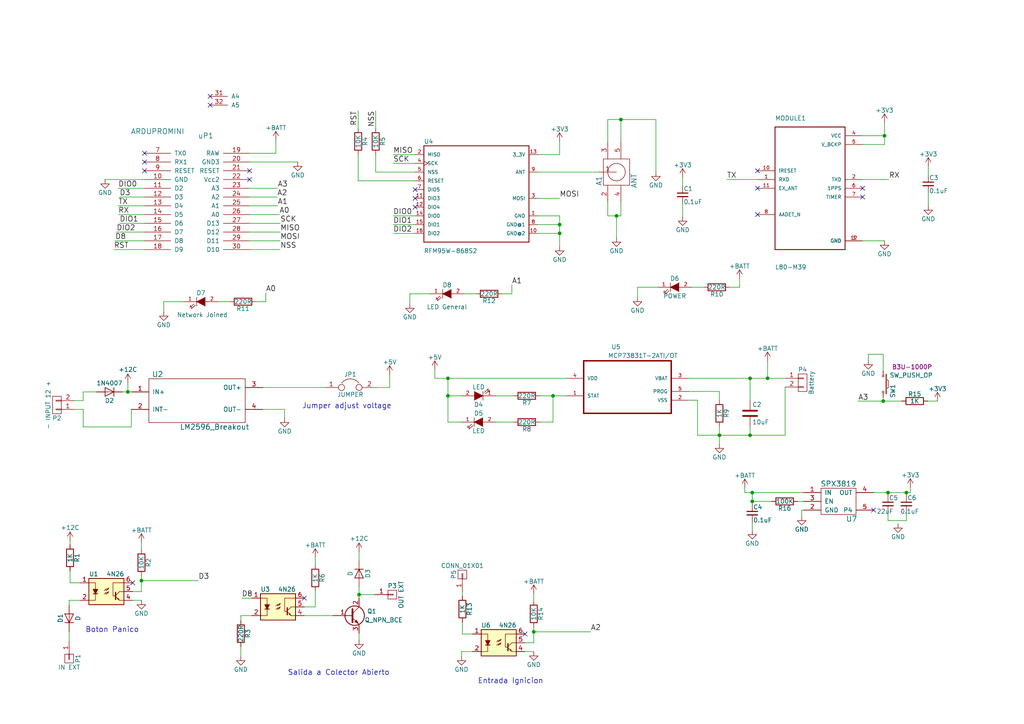
<source format=kicad_sch>
(kicad_sch (version 20230121) (generator eeschema)
  (paper "A4")
  (title_block (title "LoRaCat: Track") (date "2016-12-05") (rev "0.4") (company "ElectronicCats") (comment 1 "Andres Sabas"))
  (lib_symbols
    (symbol "GPSLoRa-rescue:+12C" (power) (pin_names (offset 0))
      (property "Value" "+12C" (at 0 3.81 0))
      (symbol "+12C_0_1"
        (polyline (pts (xy -0.762 1.27) (xy 0 2.54)))
        (polyline (pts (xy 0 0) (xy 0 2.54)))
        (polyline (pts (xy 0 2.54) (xy 0.762 1.27)))
      )
      (symbol "+12C_1_1"
        (pin power_in line (at 0 0 90) (length 0) hide (name "+12C") (number "1"))
      )
    )
    (symbol "GPSLoRa-rescue:+3.3V" (power) (pin_names (offset 0))
      (property "Value" "+3.3V" (at 0 3.556 0))
      (symbol "+3.3V_0_1"
        (polyline (pts (xy -0.762 1.27) (xy 0 2.54)))
        (polyline (pts (xy 0 0) (xy 0 2.54)))
        (polyline (pts (xy 0 2.54) (xy 0.762 1.27)))
      )
      (symbol "+3.3V_1_1"
        (pin power_in line (at 0 0 90) (length 0) hide (name "+3V3") (number "1"))
      )
    )
    (symbol "GPSLoRa-rescue:+5V" (power) (pin_names (offset 0))
      (property "Value" "+5V" (at 0 3.556 0))
      (symbol "+5V_0_1"
        (polyline (pts (xy -0.762 1.27) (xy 0 2.54)))
        (polyline (pts (xy 0 0) (xy 0 2.54)))
        (polyline (pts (xy 0 2.54) (xy 0.762 1.27)))
      )
      (symbol "+5V_1_1"
        (pin power_in line (at 0 0 90) (length 0) hide (name "+5V") (number "1"))
      )
    )
    (symbol "GPSLoRa-rescue:+BATT" (power) (pin_names (offset 0))
      (property "Value" "+BATT" (at 0 3.556 0))
      (symbol "+BATT_0_1"
        (polyline (pts (xy -0.762 1.27) (xy 0 2.54)))
        (polyline (pts (xy 0 0) (xy 0 2.54)))
        (polyline (pts (xy 0 2.54) (xy 0.762 1.27)))
      )
      (symbol "+BATT_1_1"
        (pin power_in line (at 0 0 90) (length 0) hide (name "+BATT") (number "1"))
      )
    )
    (symbol "GPSLoRa-rescue:4N26" (pin_names (offset 1.016))
      (property "Reference" "U" (at -5.08 5.08 0))
      (property "Value" "4N26" (at 0 5.08 0))
      (property "Footprint" "DIP-6" (at -5.08 -5.08 0))
      (symbol "4N26_0_1"
        (rectangle (start -5.08 3.81) (end 5.08 -3.81) (stroke (width 0.254)) (fill (type background)))
        (polyline (pts (xy -3.81 -0.635) (xy -2.54 -0.635)) (stroke (width 0.254)))
        (polyline (pts (xy 2.667 -1.397) (xy 3.81 -2.54)))
        (polyline (pts (xy 2.667 -1.143) (xy 3.81 0)))
        (polyline (pts (xy 3.81 -2.54) (xy 5.08 -2.54)))
        (polyline (pts (xy 3.81 0) (xy 5.08 0)))
        (polyline (pts (xy 2.667 -0.254) (xy 2.667 -2.286) (xy 2.667 -2.286)) (stroke (width 0.3556)))
        (polyline (pts (xy -5.08 -2.54) (xy -3.175 -2.54) (xy -3.175 2.54) (xy -5.08 2.54)))
        (polyline (pts (xy -3.175 -0.635) (xy -3.81 0.635) (xy -2.54 0.635) (xy -3.175 -0.635)) (stroke (width 0.254)) (fill (type outline)))
        (polyline (pts (xy -0.635 0.254) (xy -0.1016 0.762) (xy -0.1016 0.254) (xy 0.6604 1.016)))
        (polyline (pts (xy 0.6604 1.016) (xy 0.1524 0.762) (xy 0.4064 0.508) (xy 0.6604 1.016)))
        (polyline (pts (xy 3.683 -2.413) (xy 3.429 -1.905) (xy 3.175 -2.159) (xy 3.683 -2.413)))
        (polyline (pts (xy 5.08 2.54) (xy 1.905 2.54) (xy 1.905 -1.27) (xy 2.54 -1.27)))
        (polyline (pts (xy -0.635 -0.762) (xy -0.1016 -0.254) (xy -0.1016 -0.762) (xy 0.6604 0) (xy 0.1524 -0.254) (xy 0.4064 -0.508) (xy 0.6604 0)))
      )
      (symbol "4N26_1_1"
        (pin passive line (at -7.62 2.54 0) (length 2.54) (name "~") (number "1"))
        (pin passive line (at -7.62 -2.54 0) (length 2.54) (name "~") (number "2"))
        (pin passive line (at 7.62 -2.54 180) (length 2.54) (name "~") (number "4"))
        (pin passive line (at 7.62 0 180) (length 2.54) (name "~") (number "5"))
        (pin passive line (at 7.62 2.54 180) (length 2.54) (name "~") (number "6"))
      )
    )
    (symbol "GPSLoRa-rescue:ANT" (pin_names (offset 1.016))
      (property "Reference" "A" (at 6.35 10.16 0))
      (property "Value" "ANT" (at 6.35 0 0))
      (symbol "ANT_0_1"
        (rectangle (start 5.08 8.89) (end 12.7 1.27))
        (circle (center 8.89 5.08) (radius 2.54))
      )
      (symbol "ANT_1_1"
        (pin bidirectional line (at 8.89 10.16 270) (length 5.08) (name "~") (number "1"))
        (pin bidirectional line (at 0 7.62 0) (length 5.08) (name "~") (number "2"))
        (pin bidirectional line (at 17.78 7.62 180) (length 5.08) (name "~") (number "3"))
        (pin bidirectional line (at 0 3.81 0) (length 5.08) (name "~") (number "4"))
        (pin bidirectional line (at 17.78 3.81 180) (length 5.08) (name "~") (number "5"))
      )
    )
    (symbol "GPSLoRa-rescue:ARDUPROMINI" (pin_names (offset 1.016))
      (property "Reference" "uP" (at -5.08 -2.54 0))
      (property "Value" "ARDUPROMINI" (at 0 0 0))
      (symbol "ARDUPROMINI_1_1"
        (pin bidirectional line (at -30.48 -35.56 0) (length 7.62) (name "GND") (number "10"))
        (pin bidirectional line (at -30.48 -38.1 0) (length 7.62) (name "D2") (number "11"))
        (pin bidirectional line (at -30.48 -40.64 0) (length 7.62) (name "D3") (number "12"))
        (pin bidirectional line (at -30.48 -43.18 0) (length 7.62) (name "D4") (number "13"))
        (pin bidirectional line (at -30.48 -45.72 0) (length 7.62) (name "D5") (number "14"))
        (pin bidirectional line (at -30.48 -48.26 0) (length 7.62) (name "D6") (number "15"))
        (pin bidirectional line (at -30.48 -50.8 0) (length 7.62) (name "D7") (number "16"))
        (pin bidirectional line (at -30.48 -53.34 0) (length 7.62) (name "D8") (number "17"))
        (pin bidirectional line (at -30.48 -55.88 0) (length 7.62) (name "D9") (number "18"))
        (pin bidirectional line (at 0 -27.94 180) (length 7.62) (name "RAW") (number "19"))
        (pin bidirectional line (at 0 -30.48 180) (length 7.62) (name "GND3") (number "20"))
        (pin input line (at 0 -33.02 180) (length 7.62) (name "RESET") (number "21"))
        (pin bidirectional line (at 0 -35.56 180) (length 7.62) (name "Vcc2") (number "22"))
        (pin bidirectional line (at 0 -38.1 180) (length 7.62) (name "A3") (number "23"))
        (pin bidirectional line (at 0 -40.64 180) (length 7.62) (name "A2") (number "24"))
        (pin bidirectional line (at 0 -43.18 180) (length 7.62) (name "A1") (number "25"))
        (pin bidirectional line (at 0 -45.72 180) (length 7.62) (name "A0") (number "26"))
        (pin bidirectional line (at 0 -48.26 180) (length 7.62) (name "D13") (number "27"))
        (pin input line (at 0 -50.8 180) (length 7.62) (name "D12") (number "28"))
        (pin bidirectional line (at 0 -53.34 180) (length 7.62) (name "D11") (number "29"))
        (pin bidirectional line (at 0 -55.88 180) (length 7.62) (name "D10") (number "30"))
        (pin input line (at -11.43 -11.43 0) (length 5.08) (name "A4") (number "31"))
        (pin input line (at -11.43 -13.97 0) (length 5.08) (name "A5") (number "32"))
        (pin bidirectional line (at -30.48 -27.94 0) (length 7.62) (name "TX0") (number "7"))
        (pin bidirectional line (at -30.48 -30.48 0) (length 7.62) (name "RX1") (number "8"))
        (pin input line (at -30.48 -33.02 0) (length 7.62) (name "RESET") (number "9"))
      )
    )
    (symbol "GPSLoRa-rescue:C" (pin_numbers hide) (pin_names (offset 0.254))
      (property "Reference" "C" (at 0.635 2.54 0))
      (property "Value" "C" (at 0.635 -2.54 0))
      (symbol "C_0_1"
        (polyline (pts (xy -2.032 -0.762) (xy 2.032 -0.762)) (stroke (width 0.508)))
        (polyline (pts (xy -2.032 0.762) (xy 2.032 0.762)) (stroke (width 0.508)))
      )
      (symbol "C_1_1"
        (pin passive line (at 0 3.81 270) (length 2.794) (name "~") (number "1"))
        (pin passive line (at 0 -3.81 90) (length 2.794) (name "~") (number "2"))
      )
    )
    (symbol "GPSLoRa-rescue:CONN_01X01" (pin_names (offset 1.016) hide)
      (property "Reference" "P" (at 0 2.54 0))
      (property "Value" "CONN_01X01" (at 2.54 0 90))
      (symbol "CONN_01X01_0_1"
        (rectangle (start -1.27 0.127) (end 0.254 -0.127))
        (rectangle (start -1.27 1.27) (end 1.27 -1.27))
      )
      (symbol "CONN_01X01_1_1"
        (pin passive line (at -5.08 0 0) (length 3.81) (name "P1") (number "1"))
      )
    )
    (symbol "GPSLoRa-rescue:CONN_01X02" (pin_names (offset 1.016) hide)
      (property "Reference" "P" (at 0 3.81 0))
      (property "Value" "CONN_01X02" (at 2.54 0 90))
      (symbol "CONN_01X02_0_1"
        (rectangle (start -1.27 -1.143) (end 0.254 -1.397))
        (rectangle (start -1.27 1.397) (end 0.254 1.143))
        (rectangle (start -1.27 2.54) (end 1.27 -2.54))
      )
      (symbol "CONN_01X02_1_1"
        (pin passive line (at -5.08 1.27 0) (length 3.81) (name "P1") (number "1"))
        (pin passive line (at -5.08 -1.27 0) (length 3.81) (name "P2") (number "2"))
      )
    )
    (symbol "GPSLoRa-rescue:C_Small" (pin_numbers hide) (pin_names (offset 0.254) hide)
      (property "Reference" "C" (at 0.254 1.778 0))
      (property "Value" "C_Small" (at 0.254 -2.032 0))
      (symbol "C_Small_0_1"
        (polyline (pts (xy -1.524 -0.508) (xy 1.524 -0.508)) (stroke (width 0.3302)))
        (polyline (pts (xy -1.524 0.508) (xy 1.524 0.508)) (stroke (width 0.3048)))
      )
      (symbol "C_Small_1_1"
        (pin passive line (at 0 2.54 270) (length 2.032) (name "~") (number "1"))
        (pin passive line (at 0 -2.54 90) (length 2.032) (name "~") (number "2"))
      )
    )
    (symbol "GPSLoRa-rescue:D" (pin_numbers hide) (pin_names (offset 1.016) hide)
      (property "Reference" "D" (at 0 2.54 0))
      (property "Value" "D" (at 0 -2.54 0))
      (symbol "D_0_1"
        (polyline (pts (xy -1.27 1.27) (xy -1.27 -1.27)) (stroke (width 0.2032)))
        (polyline (pts (xy 1.27 0) (xy -1.27 0)))
        (polyline (pts (xy 1.27 1.27) (xy 1.27 -1.27) (xy -1.27 0) (xy 1.27 1.27)) (stroke (width 0.2032)))
      )
      (symbol "D_1_1"
        (pin passive line (at -3.81 0 0) (length 2.54) (name "K") (number "1"))
        (pin passive line (at 3.81 0 180) (length 2.54) (name "A") (number "2"))
      )
    )
    (symbol "GPSLoRa-rescue:GND" (power) (pin_names (offset 0))
      (property "Value" "GND" (at 0 -3.81 0))
      (symbol "GND_0_1"
        (polyline (pts (xy 0 0) (xy 0 -1.27) (xy 1.27 -1.27) (xy 0 -2.54) (xy -1.27 -1.27) (xy 0 -1.27)))
      )
      (symbol "GND_1_1"
        (pin power_in line (at 0 0 270) (length 0) hide (name "GND") (number "1"))
      )
    )
    (symbol "GPSLoRa-rescue:JUMPER" (pin_names (offset 0.762) hide)
      (property "Reference" "JP" (at 0 3.81 0))
      (property "Value" "JUMPER" (at 0 -2.032 0))
      (symbol "JUMPER_0_1"
        (circle (center -2.54 0) (radius 0.889))
        (arc (start 2.5146 1.27) (mid 0.0078 2.5097) (end -2.4892 1.27))
        (circle (center 2.54 0) (radius 0.889))
        (pin passive line (at -7.62 0 0) (length 4.191) (name "1") (number "1"))
        (pin passive line (at 7.62 0 180) (length 4.191) (name "2") (number "2"))
      )
    )
    (symbol "GPSLoRa-rescue:L80-M39" (pin_names (offset 1.016))
      (property "Reference" "MODULE" (at -10.16 20.32 0))
      (property "Value" "L80-M39" (at -10.16 -22.86 0))
      (symbol "L80-M39_0_0"
        (polyline (pts (xy -10.16 -17.78) (xy -10.16 17.78)) (stroke (width 0.254)))
        (polyline (pts (xy -10.16 17.78) (xy 10.16 17.78)) (stroke (width 0.254)))
        (polyline (pts (xy 10.16 -17.78) (xy -10.16 -17.78)) (stroke (width 0.254)))
        (polyline (pts (xy 10.16 17.78) (xy 10.16 -17.78)) (stroke (width 0.254)))
        (pin input line (at -15.24 2.54 0) (length 5.08) (name "RXD") (number "1"))
        (pin input line (at -15.24 5.08 0) (length 5.08) (name "!RESET") (number "10"))
        (pin input line (at -15.24 0 0) (length 5.08) (name "EX_ANT") (number "11"))
        (pin passive line (at 15.24 -15.24 180) (length 5.08) (name "GND") (number "12"))
        (pin output line (at 15.24 2.54 180) (length 5.08) (name "TXD") (number "2"))
        (pin passive line (at 15.24 -15.24 180) (length 5.08) (name "GND") (number "3"))
        (pin input line (at 15.24 15.24 180) (length 5.08) (name "VCC") (number "4"))
        (pin input line (at 15.24 12.7 180) (length 5.08) (name "V_BCKP") (number "5"))
        (pin output line (at 15.24 0 180) (length 5.08) (name "1PPS") (number "6"))
        (pin output line (at 15.24 -2.54 180) (length 5.08) (name "TIMER") (number "7"))
        (pin bidirectional line (at -15.24 -7.62 0) (length 5.08) (name "AADET_N") (number "8"))
      )
    )
    (symbol "GPSLoRa-rescue:LED-RESCUE-GPSLoRa" (pin_names (offset 1.016) hide)
      (property "Reference" "D" (at 0 2.54 0))
      (property "Value" "LED-RESCUE-GPSLoRa" (at 0 -2.54 0))
      (symbol "LED-RESCUE-GPSLoRa_0_1"
        (polyline (pts (xy -1.27 1.27) (xy -1.27 -1.27)))
        (polyline (pts (xy -2.032 -0.635) (xy -3.175 -1.651) (xy -3.048 -1.016)))
        (polyline (pts (xy -1.651 -1.016) (xy -2.794 -2.032) (xy -2.667 -1.397)))
        (polyline (pts (xy 1.27 1.27) (xy -1.27 0) (xy 1.27 -1.27)) (fill (type outline)))
      )
      (symbol "LED-RESCUE-GPSLoRa_1_1"
        (pin passive line (at -5.08 0 0) (length 3.81) (name "K") (number "1"))
        (pin passive line (at 5.08 0 180) (length 3.81) (name "A") (number "2"))
      )
    )
    (symbol "GPSLoRa-rescue:LM2596_Breakout" (pin_names (offset 1.016))
      (property "Reference" "U" (at -12.7 7.62 0))
      (property "Value" "LM2596_Breakout" (at 3.81 -7.62 0))
      (symbol "LM2596_Breakout_0_1"
        (rectangle (start -15.24 6.35) (end 12.7 -6.35))
      )
      (symbol "LM2596_Breakout_1_1"
        (pin input line (at -20.32 2.54 0) (length 5.08) (name "IN+") (number "1"))
        (pin input line (at -20.32 -2.54 0) (length 5.08) (name "INT-") (number "2"))
        (pin input line (at 17.78 3.81 180) (length 5.08) (name "OUT+") (number "3"))
        (pin input line (at 17.78 -2.54 180) (length 5.08) (name "OUT-") (number "4"))
      )
    )
    (symbol "GPSLoRa-rescue:MCP73831T-2ATI/OT" (pin_names (offset 1.016))
      (property "Reference" "U" (at -4.7244 9.1186 0))
      (property "Value" "MCP73831T-2ATI/OT" (at -5.6642 6.5786 0))
      (symbol "MCP73831T-2ATI/OT_0_0"
        (polyline (pts (xy -12.7 -10.16) (xy 12.7 -10.16)) (stroke (width 0.4064)))
        (polyline (pts (xy -12.7 5.08) (xy -12.7 -10.16)) (stroke (width 0.4064)))
        (polyline (pts (xy 12.7 -10.16) (xy 12.7 5.08)) (stroke (width 0.4064)))
        (polyline (pts (xy 12.7 5.08) (xy -12.7 5.08)) (stroke (width 0.4064)))
        (pin input line (at -17.78 -5.08 0) (length 5.08) (name "STAT") (number "1"))
        (pin passive line (at 17.78 -6.35 180) (length 5.08) (name "VSS") (number "2"))
        (pin input line (at 17.78 0 180) (length 5.08) (name "VBAT") (number "3"))
        (pin input line (at -17.78 0 0) (length 5.08) (name "VDD") (number "4"))
        (pin input line (at 17.78 -3.81 180) (length 5.08) (name "PROG") (number "5"))
      )
    )
    (symbol "GPSLoRa-rescue:Q_NPN_BCE" (pin_names (offset 0) hide)
      (property "Reference" "Q" (at 5.08 1.27 0))
      (property "Value" "Q_NPN_BCE" (at 5.08 -1.27 0))
      (symbol "Q_NPN_BCE_0_1"
        (polyline (pts (xy 0.635 0.635) (xy 2.54 2.54)))
        (polyline (pts (xy 0.635 -0.635) (xy 2.54 -2.54) (xy 2.54 -2.54)))
        (polyline (pts (xy 0.635 1.905) (xy 0.635 -1.905) (xy 0.635 -1.905)) (stroke (width 0.508)))
        (polyline (pts (xy 1.27 -1.778) (xy 1.778 -1.27) (xy 2.286 -2.286) (xy 1.27 -1.778) (xy 1.27 -1.778)) (fill (type outline)))
        (circle (center 1.27 0) (radius 2.8194) (stroke (width 0.254)))
      )
      (symbol "Q_NPN_BCE_1_1"
        (pin input line (at -5.08 0 0) (length 5.715) (name "B") (number "1"))
        (pin passive line (at 2.54 5.08 270) (length 2.54) (name "C") (number "2"))
        (pin passive line (at 2.54 -5.08 90) (length 2.54) (name "E") (number "3"))
      )
    )
    (symbol "GPSLoRa-rescue:R" (pin_numbers hide) (pin_names (offset 0))
      (property "Reference" "R" (at 2.032 0 90))
      (property "Value" "R" (at 0 0 90))
      (symbol "R_0_1"
        (rectangle (start -1.016 -2.54) (end 1.016 2.54) (stroke (width 0.254)))
      )
      (symbol "R_1_1"
        (pin passive line (at 0 3.81 270) (length 1.27) (name "~") (number "1"))
        (pin passive line (at 0 -3.81 90) (length 1.27) (name "~") (number "2"))
      )
    )
    (symbol "GPSLoRa-rescue:RFM95W-868S2" (pin_names (offset 1.016))
      (property "Reference" "U" (at -15.24 13.97 0))
      (property "Value" "RFM95W-868S2" (at -15.24 -17.78 0))
      (symbol "RFM95W-868S2_0_0"
        (polyline (pts (xy -15.24 -15.24) (xy 15.24 -15.24)) (stroke (width 0.254)))
        (polyline (pts (xy -15.24 12.7) (xy -15.24 -15.24)) (stroke (width 0.254)))
        (polyline (pts (xy 15.24 -15.24) (xy 15.24 12.7)) (stroke (width 0.254)))
        (polyline (pts (xy 15.24 12.7) (xy -15.24 12.7)) (stroke (width 0.254)))
        (pin input line (at 17.78 -7.62 180) (length 2.54) (name "GND") (number "1"))
        (pin input line (at 17.78 -12.7 180) (length 2.54) (name "GND@2") (number "10"))
        (pin bidirectional line (at -17.78 -2.54 0) (length 2.54) (name "DIO3") (number "11"))
        (pin bidirectional line (at -17.78 -5.08 0) (length 2.54) (name "DIO4") (number "12"))
        (pin input line (at 17.78 10.16 180) (length 2.54) (name "3_3V") (number "13"))
        (pin bidirectional line (at -17.78 -7.62 0) (length 2.54) (name "DIO0") (number "14"))
        (pin bidirectional line (at -17.78 -10.16 0) (length 2.54) (name "DIO1") (number "15"))
        (pin bidirectional line (at -17.78 -12.7 0) (length 2.54) (name "DIO2") (number "16"))
        (pin input line (at -17.78 10.16 0) (length 2.54) (name "MISO") (number "2"))
        (pin output line (at 17.78 -2.54 180) (length 2.54) (name "MOSI") (number "3"))
        (pin input clock (at -17.78 7.62 0) (length 2.54) (name "SCK") (number "4"))
        (pin input line (at -17.78 5.08 0) (length 2.54) (name "NSS") (number "5"))
        (pin bidirectional line (at -17.78 2.54 0) (length 2.54) (name "RESET") (number "6"))
        (pin bidirectional line (at -17.78 0 0) (length 2.54) (name "DIO5") (number "7"))
        (pin input line (at 17.78 -10.16 180) (length 2.54) (name "GND@1") (number "8"))
        (pin passive line (at 17.78 5.08 180) (length 2.54) (name "ANT") (number "9"))
      )
    )
    (symbol "GPSLoRa-rescue:SPX3819" (pin_names (offset 1.016))
      (property "Reference" "U" (at 3.81 -5.08 0))
      (property "Value" "SPX3819" (at 0 5.08 0))
      (symbol "SPX3819_0_1"
        (rectangle (start -5.08 3.81) (end 5.08 -3.81))
      )
      (symbol "SPX3819_1_1"
        (pin input line (at -10.16 2.54 0) (length 5.08) (name "IN") (number "1"))
        (pin input line (at -10.16 -2.54 0) (length 5.08) (name "GND") (number "2"))
        (pin input line (at -10.16 0 0) (length 5.08) (name "EN") (number "3"))
        (pin input line (at 10.16 2.54 180) (length 5.08) (name "OUT") (number "4"))
        (pin input line (at 10.16 -2.54 180) (length 5.08) (name "P4") (number "5"))
      )
    )
    (symbol "GPSLoRa-rescue:SW_PUSH_SMALL_H" (pin_numbers hide) (pin_names (offset 1.016) hide)
      (property "Reference" "SW" (at 2.032 2.794 0))
      (property "Value" "SW_PUSH_SMALL_H" (at 9.144 -1.524 0))
      (symbol "SW_PUSH_SMALL_H_0_1"
        (circle (center -2.286 0) (radius 0.254))
        (polyline (pts (xy -2.794 0.762) (xy 2.794 0.762)))
        (polyline (pts (xy -2.794 0.762) (xy -2.794 1.016) (xy 2.794 1.016) (xy 2.794 0.762)))
        (polyline (pts (xy -1.27 1.016) (xy -1.016 1.524) (xy 1.016 1.524) (xy 1.27 1.016)))
        (circle (center 2.286 0) (radius 0.254))
        (pin passive line (at -3.81 0 0) (length 1.27) (name "1") (number "1"))
        (pin passive line (at 3.81 0 180) (length 1.27) (name "2") (number "2"))
      )
    )
  )
  (junction (at 208.661 126.238))
  (junction (at 217.551 126.238))
  (junction (at 222.631 109.728))
  (junction (at 218.186 145.415))
  (junction (at 104.14 172.466))
  (junction (at 41.021 168.402))
  (junction (at 262.89 142.875))
  (junction (at 162.306 65.151))
  (junction (at 218.186 142.875))
  (junction (at 129.921 109.728))
  (junction (at 162.306 67.691))
  (junction (at 217.551 109.728))
  (junction (at 256.159 116.332))
  (junction (at 129.921 114.808))
  (junction (at 160.401 114.808))
  (junction (at 180.086 34.671))
  (junction (at 257.556 142.875))
  (junction (at 154.813 183.261))
  (junction (at 37.084 113.665))
  (junction (at 256.54 39.37))
  (junction (at 178.816 62.611))
  (no_connect (at 72.39 49.53))
  (no_connect (at 120.396 57.531))
  (no_connect (at 41.91 44.45))
  (no_connect (at 38.481 169.037))
  (no_connect (at 120.396 60.071))
  (no_connect (at 219.71 62.23))
  (no_connect (at 120.396 54.991))
  (no_connect (at 60.96 27.94))
  (no_connect (at 60.96 30.48))
  (no_connect (at 88.265 173.482))
  (no_connect (at 250.19 54.61))
  (no_connect (at 41.91 49.53))
  (no_connect (at 253.365 147.955))
  (no_connect (at 72.39 52.07))
  (no_connect (at 152.273 183.896))
  (no_connect (at 41.91 46.99))
  (no_connect (at 219.71 49.53))
  (no_connect (at 250.19 57.15))
  (no_connect (at 219.71 54.61))
  (wire (pts (xy 176.276 58.801) (xy 176.276 62.611)))
  (wire (pts (xy 216.027 142.875) (xy 218.186 142.875)))
  (wire (pts (xy 208.661 126.238) (xy 217.551 126.238)))
  (wire (pts (xy 154.813 183.261) (xy 171.323 183.261)))
  (wire (pts (xy 120.396 65.151) (xy 114.046 65.151)))
  (wire (pts (xy 88.265 176.022) (xy 91.44 176.022)))
  (wire (pts (xy 104.14 172.466) (xy 104.14 173.482)))
  (wire (pts (xy 72.39 72.39) (xy 81.28 72.39)))
  (wire (pts (xy 217.551 109.728) (xy 222.631 109.728)))
  (wire (pts (xy 202.311 126.238) (xy 208.661 126.238)))
  (wire (pts (xy 162.306 65.151) (xy 162.306 67.691)))
  (wire (pts (xy 120.396 67.691) (xy 114.046 67.691)))
  (wire (pts (xy 269.24 48.26) (xy 269.24 50.8)))
  (wire (pts (xy 76.2 112.395) (xy 93.98 112.395)))
  (wire (pts (xy 72.39 46.99) (xy 86.36 46.99)))
  (wire (pts (xy 176.276 62.611) (xy 178.816 62.611)))
  (wire (pts (xy 208.661 113.538) (xy 199.771 113.538)))
  (wire (pts (xy 24.13 116.205) (xy 21.59 116.205)))
  (wire (pts (xy 91.44 163.83) (xy 91.44 161.671)))
  (wire (pts (xy 251.841 104.521) (xy 251.841 102.743)))
  (wire (pts (xy 256.159 115.189) (xy 256.159 116.332)))
  (wire (pts (xy 148.971 114.808) (xy 143.891 114.808)))
  (wire (pts (xy 162.306 44.831) (xy 162.306 41.021)))
  (wire (pts (xy 37.084 113.665) (xy 38.1 113.665)))
  (wire (pts (xy 256.159 116.332) (xy 261.493 116.332)))
  (wire (pts (xy 118.872 88.138) (xy 118.872 85.217)))
  (wire (pts (xy 218.186 151.384) (xy 218.186 153.797)))
  (wire (pts (xy 180.086 34.671) (xy 180.086 41.021)))
  (wire (pts (xy 41.021 168.402) (xy 57.531 168.402)))
  (wire (pts (xy 82.55 118.745) (xy 82.55 121.285)))
  (wire (pts (xy 72.39 67.31) (xy 81.28 67.31)))
  (wire (pts (xy 129.921 122.428) (xy 133.731 122.428)))
  (wire (pts (xy 262.89 142.875) (xy 264.033 142.875)))
  (wire (pts (xy 47.498 90.424) (xy 47.498 87.503)))
  (wire (pts (xy 88.265 178.562) (xy 96.52 178.562)))
  (wire (pts (xy 160.401 114.808) (xy 164.211 114.808)))
  (wire (pts (xy 20.066 183.134) (xy 20.066 185.928)))
  (wire (pts (xy 69.85 187.579) (xy 69.85 190.373)))
  (wire (pts (xy 108.966 37.211) (xy 108.966 32.131)))
  (wire (pts (xy 208.661 126.238) (xy 208.661 128.778)))
  (wire (pts (xy 208.661 123.698) (xy 208.661 126.238)))
  (wire (pts (xy 154.813 181.864) (xy 154.813 183.261)))
  (wire (pts (xy 250.19 69.85) (xy 256.54 69.85)))
  (wire (pts (xy 269.113 116.332) (xy 271.907 116.332)))
  (wire (pts (xy 216.027 141.478) (xy 216.027 142.875)))
  (wire (pts (xy 162.306 62.611) (xy 162.306 65.151)))
  (wire (pts (xy 178.816 62.611) (xy 178.816 68.961)))
  (wire (pts (xy 113.03 108.585) (xy 113.03 112.395)))
  (wire (pts (xy 20.066 174.117) (xy 20.066 175.514)))
  (wire (pts (xy 38.481 174.117) (xy 41.021 174.117)))
  (wire (pts (xy 251.841 102.743) (xy 256.159 102.743)))
  (wire (pts (xy 256.54 39.37) (xy 256.54 41.91)))
  (wire (pts (xy 214.503 80.772) (xy 214.503 83.312)))
  (wire (pts (xy 41.91 52.07) (xy 30.48 52.07)))
  (wire (pts (xy 91.44 176.022) (xy 91.44 171.45)))
  (wire (pts (xy 155.956 49.911) (xy 173.736 49.911)))
  (wire (pts (xy 72.39 62.23) (xy 81.026 62.23)))
  (wire (pts (xy 41.91 72.39) (xy 33.02 72.39)))
  (wire (pts (xy 120.396 44.831) (xy 114.046 44.831)))
  (wire (pts (xy 250.19 52.07) (xy 257.81 52.07)))
  (wire (pts (xy 217.551 116.078) (xy 217.551 109.728)))
  (wire (pts (xy 156.591 114.808) (xy 160.401 114.808)))
  (wire (pts (xy 35.56 113.665) (xy 37.084 113.665)))
  (wire (pts (xy 73.025 173.482) (xy 70.104 173.482)))
  (wire (pts (xy 72.39 69.85) (xy 81.28 69.85)))
  (wire (pts (xy 155.956 57.531) (xy 162.306 57.531)))
  (wire (pts (xy 129.921 114.808) (xy 129.921 122.428)))
  (wire (pts (xy 256.159 102.743) (xy 256.159 107.569)))
  (wire (pts (xy 256.54 41.91) (xy 250.19 41.91)))
  (wire (pts (xy 72.39 64.77) (xy 81.28 64.77)))
  (wire (pts (xy 223.774 145.415) (xy 218.186 145.415)))
  (wire (pts (xy 176.276 41.021) (xy 176.276 34.671)))
  (wire (pts (xy 176.276 34.671) (xy 180.086 34.671)))
  (wire (pts (xy 27.94 113.665) (xy 24.13 113.665)))
  (wire (pts (xy 217.551 126.238) (xy 227.711 126.238)))
  (wire (pts (xy 20.32 169.037) (xy 20.32 165.608)))
  (wire (pts (xy 248.92 116.332) (xy 256.159 116.332)))
  (wire (pts (xy 232.537 147.955) (xy 232.537 149.733)))
  (wire (pts (xy 154.813 183.261) (xy 154.813 186.436)))
  (wire (pts (xy 47.498 87.503) (xy 53.213 87.503)))
  (wire (pts (xy 73.025 178.562) (xy 69.85 178.562)))
  (wire (pts (xy 103.886 52.451) (xy 120.396 52.451)))
  (wire (pts (xy 208.661 116.078) (xy 208.661 113.538)))
  (wire (pts (xy 126.111 109.728) (xy 129.921 109.728)))
  (wire (pts (xy 133.858 188.976) (xy 133.858 190.373)))
  (wire (pts (xy 204.089 83.312) (xy 200.787 83.312)))
  (wire (pts (xy 180.086 62.611) (xy 180.086 58.801)))
  (wire (pts (xy 155.956 65.151) (xy 162.306 65.151)))
  (wire (pts (xy 178.816 62.611) (xy 180.086 62.611)))
  (wire (pts (xy 257.556 151.003) (xy 262.89 151.003)))
  (wire (pts (xy 154.813 186.436) (xy 152.273 186.436)))
  (wire (pts (xy 41.021 157.353) (xy 41.021 159.385)))
  (wire (pts (xy 103.886 37.211) (xy 103.886 32.131)))
  (wire (pts (xy 23.241 174.117) (xy 20.066 174.117)))
  (wire (pts (xy 214.503 83.312) (xy 211.709 83.312)))
  (wire (pts (xy 148.971 122.428) (xy 143.891 122.428)))
  (wire (pts (xy 155.956 44.831) (xy 162.306 44.831)))
  (wire (pts (xy 72.39 54.61) (xy 80.518 54.61)))
  (wire (pts (xy 156.591 122.428) (xy 160.401 122.428)))
  (wire (pts (xy 41.021 167.005) (xy 41.021 168.402)))
  (wire (pts (xy 253.365 142.875) (xy 257.556 142.875)))
  (wire (pts (xy 197.993 59.055) (xy 197.993 62.865)))
  (wire (pts (xy 113.03 112.395) (xy 109.22 112.395)))
  (wire (pts (xy 134.112 172.847) (xy 134.112 171.704)))
  (wire (pts (xy 108.966 44.831) (xy 108.966 49.911)))
  (wire (pts (xy 199.771 109.728) (xy 217.551 109.728)))
  (wire (pts (xy 148.463 82.677) (xy 148.463 85.217)))
  (wire (pts (xy 218.186 142.875) (xy 233.045 142.875)))
  (wire (pts (xy 184.912 86.233) (xy 184.912 83.312)))
  (wire (pts (xy 248.92 116.332) (xy 248.92 116.459)))
  (wire (pts (xy 134.112 183.896) (xy 134.112 180.467)))
  (wire (pts (xy 108.966 49.911) (xy 120.396 49.911)))
  (wire (pts (xy 72.39 44.45) (xy 80.01 44.45)))
  (wire (pts (xy 137.033 183.896) (xy 134.112 183.896)))
  (wire (pts (xy 202.311 116.078) (xy 202.311 126.238)))
  (wire (pts (xy 199.771 116.078) (xy 202.311 116.078)))
  (wire (pts (xy 184.912 83.312) (xy 190.627 83.312)))
  (wire (pts (xy 126.111 109.728) (xy 126.111 107.188)))
  (wire (pts (xy 269.24 55.88) (xy 269.24 59.69)))
  (wire (pts (xy 257.556 143.637) (xy 257.556 142.875)))
  (wire (pts (xy 24.13 113.665) (xy 24.13 116.205)))
  (wire (pts (xy 257.556 148.717) (xy 257.556 151.003)))
  (wire (pts (xy 69.85 178.562) (xy 69.85 179.959)))
  (wire (pts (xy 250.19 39.37) (xy 256.54 39.37)))
  (wire (pts (xy 227.711 126.238) (xy 227.711 112.268)))
  (wire (pts (xy 155.956 62.611) (xy 162.306 62.611)))
  (wire (pts (xy 264.033 142.875) (xy 264.033 141.351)))
  (wire (pts (xy 72.39 57.15) (xy 80.391 57.15)))
  (wire (pts (xy 137.033 188.976) (xy 133.858 188.976)))
  (wire (pts (xy 104.14 162.56) (xy 104.14 160.02)))
  (wire (pts (xy 197.993 51.435) (xy 197.993 53.975)))
  (wire (pts (xy 72.39 59.69) (xy 80.518 59.69)))
  (wire (pts (xy 129.921 114.808) (xy 133.731 114.808)))
  (wire (pts (xy 77.089 87.503) (xy 74.295 87.503)))
  (wire (pts (xy 80.01 44.45) (xy 80.01 40.64)))
  (wire (pts (xy 129.921 109.728) (xy 164.211 109.728)))
  (wire (pts (xy 222.631 109.728) (xy 222.631 104.648)))
  (wire (pts (xy 20.32 157.988) (xy 20.32 156.845)))
  (wire (pts (xy 222.631 109.728) (xy 227.711 109.728)))
  (wire (pts (xy 148.463 85.217) (xy 145.669 85.217)))
  (wire (pts (xy 262.89 142.875) (xy 262.89 143.637)))
  (wire (pts (xy 162.306 67.691) (xy 155.956 67.691)))
  (wire (pts (xy 23.241 169.037) (xy 20.32 169.037)))
  (wire (pts (xy 104.14 183.642) (xy 104.14 185.674)))
  (wire (pts (xy 41.91 54.61) (xy 34.29 54.61)))
  (wire (pts (xy 120.396 47.371) (xy 114.046 47.371)))
  (wire (pts (xy 120.396 62.611) (xy 114.046 62.611)))
  (wire (pts (xy 180.086 34.671) (xy 190.246 34.671)))
  (wire (pts (xy 231.394 145.415) (xy 233.045 145.415)))
  (wire (pts (xy 233.045 147.955) (xy 232.537 147.955)))
  (wire (pts (xy 217.551 126.238) (xy 217.551 123.698)))
  (wire (pts (xy 138.049 85.217) (xy 134.747 85.217)))
  (wire (pts (xy 41.91 69.85) (xy 33.401 69.85)))
  (wire (pts (xy 118.872 85.217) (xy 124.587 85.217)))
  (wire (pts (xy 37.084 110.998) (xy 37.084 113.665)))
  (wire (pts (xy 103.886 44.831) (xy 103.886 52.451)))
  (wire (pts (xy 77.089 84.963) (xy 77.089 87.503)))
  (wire (pts (xy 262.89 151.003) (xy 262.89 148.717)))
  (wire (pts (xy 218.186 145.415) (xy 218.186 146.304)))
  (wire (pts (xy 41.91 67.31) (xy 33.782 67.31)))
  (wire (pts (xy 257.556 142.875) (xy 262.89 142.875)))
  (wire (pts (xy 256.54 35.56) (xy 256.54 39.37)))
  (wire (pts (xy 160.401 122.428) (xy 160.401 114.808)))
  (wire (pts (xy 104.14 172.466) (xy 108.712 172.466)))
  (wire (pts (xy 41.91 57.15) (xy 34.671 57.15)))
  (wire (pts (xy 24.13 118.745) (xy 24.13 123.825)))
  (wire (pts (xy 190.246 34.671) (xy 190.246 49.911)))
  (wire (pts (xy 76.2 118.745) (xy 82.55 118.745)))
  (wire (pts (xy 24.13 123.825) (xy 38.1 123.825)))
  (wire (pts (xy 21.59 118.745) (xy 24.13 118.745)))
  (wire (pts (xy 162.306 67.691) (xy 162.306 71.501)))
  (wire (pts (xy 218.186 142.875) (xy 218.186 145.415)))
  (wire (pts (xy 129.921 109.728) (xy 129.921 114.808)))
  (wire (pts (xy 41.91 62.23) (xy 34.29 62.23)))
  (wire (pts (xy 154.813 172.212) (xy 154.813 174.244)))
  (wire (pts (xy 152.273 188.976) (xy 154.813 188.976)))
  (wire (pts (xy 104.14 170.18) (xy 104.14 172.466)))
  (wire (pts (xy 41.91 59.69) (xy 34.29 59.69)))
  (wire (pts (xy 38.1 123.825) (xy 38.1 118.745)))
  (wire (pts (xy 66.675 87.503) (xy 63.373 87.503)))
  (wire (pts (xy 219.71 52.07) (xy 210.82 52.07)))
  (wire (pts (xy 41.91 64.77) (xy 34.671 64.77)))
  (wire (pts (xy 41.021 171.577) (xy 38.481 171.577)))
  (wire (pts (xy 41.021 168.402) (xy 41.021 171.577)))
  (text "Entrada Ignicion" (at 138.557 198.501 0) (effects (font (size 1.524 1.524)) (justify left bottom)))
  (text "Salida a Colector Abierto" (at 83.439 196.088 0) (effects (font (size 1.524 1.524)) (justify left bottom)))
  (text "Jumper adjust voltage" (at 87.63 118.745 0) (effects (font (size 1.524 1.524)) (justify left bottom)))
  (text "Boton Panico" (at 24.765 183.642 0) (effects (font (size 1.524 1.524)) (justify left bottom)))
  (label "NSS" (at 108.966 32.131 270) (effects (font (size 1.524 1.524))))
  (label "RX" (at 34.29 62.23 0) (effects (font (size 1.524 1.524))))
  (label "SCK" (at 114.046 47.371 0) (effects (font (size 1.524 1.524))))
  (label "A3" (at 80.518 54.61 0) (effects (font (size 1.524 1.524))))
  (label "A0" (at 77.089 84.963 0) (effects (font (size 1.524 1.524))))
  (label "DIO0" (at 34.29 54.61 0) (effects (font (size 1.524 1.524))))
  (label "SCK" (at 81.28 64.77 0) (effects (font (size 1.524 1.524))))
  (label "MOSI" (at 162.306 57.531 0) (effects (font (size 1.524 1.524))))
  (label "DIO1" (at 34.671 64.77 0) (effects (font (size 1.524 1.524))))
  (label "NSS" (at 81.28 72.39 0) (effects (font (size 1.524 1.524))))
  (label "A1" (at 148.463 82.677 0) (effects (font (size 1.524 1.524))))
  (label "A3" (at 248.92 116.459 0) (effects (font (size 1.524 1.524))))
  (label "A2" (at 80.391 57.15 0) (effects (font (size 1.524 1.524))))
  (label "D8" (at 33.401 69.85 0) (effects (font (size 1.524 1.524))))
  (label "MOSI" (at 81.28 69.85 0) (effects (font (size 1.524 1.524))))
  (label "MISO" (at 81.28 67.31 0) (effects (font (size 1.524 1.524))))
  (label "DIO2" (at 33.782 67.31 0) (effects (font (size 1.524 1.524))))
  (label "RX" (at 257.81 52.07 0) (effects (font (size 1.524 1.524))))
  (label "A1" (at 80.518 59.69 0) (effects (font (size 1.524 1.524))))
  (label "RST" (at 33.02 72.39 0) (effects (font (size 1.524 1.524))))
  (label "TX" (at 34.29 59.69 0) (effects (font (size 1.524 1.524))))
  (label "DIO1" (at 114.046 65.151 0) (effects (font (size 1.524 1.524))))
  (label "D8" (at 70.104 173.482 0) (effects (font (size 1.524 1.524))))
  (label "A2" (at 171.323 183.261 0) (effects (font (size 1.524 1.524))))
  (label "D3" (at 57.531 168.402 0) (effects (font (size 1.524 1.524))))
  (label "DIO2" (at 114.046 67.691 0) (effects (font (size 1.524 1.524))))
  (label "RST" (at 103.886 32.131 270) (effects (font (size 1.524 1.524))))
  (label "TX" (at 210.82 52.07 0) (effects (font (size 1.524 1.524))))
  (label "MISO" (at 114.046 44.831 0) (effects (font (size 1.524 1.524))))
  (label "DIO0" (at 114.046 62.611 0) (effects (font (size 1.524 1.524))))
  (label "A0" (at 81.026 62.23 0) (effects (font (size 1.524 1.524))))
  (label "D3" (at 34.671 57.15 0) (effects (font (size 1.524 1.524))))
  (symbol (lib_id "GPSLoRa-rescue:RFM95W-868S2") (at 138.176 54.991 0) (unit 1)
    (property "Reference" "U4" (at 122.936 41.021 0) (effects (justify left)))
    (property "Value" "RFM95W-868S2" (at 122.936 72.771 0) (effects (justify left)))
    (property "Footprint" "TIH:XCVR_RFM95W-868S2" (effects hide))
    (property "Datasheet" "Mod Txrx Lora +20dbm 868mhz Smd" (effects hide))
    (property "Price" "22.89 USD" (effects hide))
    (property "MP" "RFM95W-868S2" (effects hide))
    (property "Availability" "Bad" (effects hide))
    (property "MF" "RF Solutions" (effects hide))
    (property "Package" "None" (effects hide))
  )
  (symbol (lib_id "GPSLoRa-rescue:L80-M39") (at 234.95 54.61 0) (unit 1)
    (property "Reference" "MODULE1" (at 224.79 34.29 0) (effects (justify left)))
    (property "Value" "L80-M39" (at 224.79 77.47 0) (effects (justify left)))
    (property "Footprint" "TIH:QUECTEL_L80-M39" (effects hide))
    (property "Datasheet" "9.01 USD" (effects hide))
    (property "MP" "L80-M39" (effects hide))
    (property "Availability" "Warning" (effects hide))
    (property "Description" "GPS Receiver 1575.42MHz 3.3V 12-Pin" (effects hide))
    (property "Package" "None" (effects hide))
    (property "MF" "Quectel" (effects hide))
  )
  (symbol (lib_id "GPSLoRa-rescue:ARDUPROMINI") (at 72.39 16.51 0) (unit 1)
    (property "Reference" "uP1" (at 59.69 39.37 0) (effects (font (size 1.524 1.524))))
    (property "Value" "ARDUPROMINI" (at 45.72 38.1 0) (effects (font (size 1.524 1.524))))
    (property "Footprint" "TIH:arduinoMiniPro2" (effects hide))
  )
  (symbol (lib_id "GPSLoRa-rescue:ANT") (at 183.896 58.801 90) (unit 1)
    (property "Reference" "A1" (at 173.736 52.451 0) (effects (font (size 1.524 1.524))))
    (property "Value" "ANT" (at 183.896 52.451 0) (effects (font (size 1.524 1.524))))
    (property "Footprint" "TIH:GSG-SMA-EDGE" (effects hide))
  )
  (symbol (lib_id "GPSLoRa-rescue:GND") (at 30.48 52.07 0) (unit 1)
    (property "Reference" "#PWR01" (effects hide))
    (property "Value" "GND" (at 30.48 55.88 0))
  )
  (symbol (lib_id "GPSLoRa-rescue:GND") (at 86.36 46.99 0) (unit 1)
    (property "Reference" "#PWR02" (effects hide))
    (property "Value" "GND" (at 86.36 50.8 0))
  )
  (symbol (lib_id "GPSLoRa-rescue:GND") (at 162.306 71.501 0) (unit 1)
    (property "Reference" "#PWR03" (effects hide))
    (property "Value" "GND" (at 162.306 75.311 0))
  )
  (symbol (lib_id "GPSLoRa-rescue:GND") (at 256.54 69.85 0) (unit 1)
    (property "Reference" "#PWR04" (effects hide))
    (property "Value" "GND" (at 256.54 73.66 0))
  )
  (symbol (lib_id "GPSLoRa-rescue:GND") (at 190.246 49.911 0) (unit 1)
    (property "Reference" "#PWR05" (effects hide))
    (property "Value" "GND" (at 190.246 53.721 0))
  )
  (symbol (lib_id "GPSLoRa-rescue:GND") (at 178.816 68.961 0) (unit 1)
    (property "Reference" "#PWR06" (effects hide))
    (property "Value" "GND" (at 178.816 72.771 0))
  )
  (symbol (lib_id "GPSLoRa-rescue:C_Small") (at 197.993 56.515 0) (unit 1)
    (property "Reference" "C1" (at 198.247 54.737 0) (effects (justify left)))
    (property "Value" "0.1uF" (at 198.247 58.547 0) (effects (justify left)))
    (property "Footprint" "Capacitors_SMD:C_0805_HandSoldering" (effects hide))
  )
  (symbol (lib_id "GPSLoRa-rescue:MCP73831T-2ATI/OT") (at 181.991 109.728 0) (unit 1)
    (property "Reference" "U5" (at 177.2666 100.6094 0) (effects (justify left)))
    (property "Value" "MCP73831T-2ATI/OT" (at 176.3268 103.1494 0) (effects (justify left)))
    (property "Footprint" "TO_SOT_Packages_SMD:SOT-23-5" (effects hide))
    (property "Datasheet" "SOT-23 Microchip" (effects hide))
    (property "MP" "MCP73831T-2ATI/OT" (effects hide))
    (property "Availability" "Good" (effects hide))
    (property "Description" "MCP73831 Series Li-Ion/Li-Pol 15 mA - 500 mA 4.2 V Charge Controller - SOT-23-5" (effects hide))
    (property "MF" "Microchip" (effects hide))
    (property "Price" "0.48 USD" (effects hide))
  )
  (symbol (lib_id "GPSLoRa-rescue:R") (at 108.966 41.021 0) (unit 1)
    (property "Reference" "R5" (at 110.998 41.021 90))
    (property "Value" "10K" (at 108.966 41.021 90))
    (property "Footprint" "Resistors_SMD:R_0805_HandSoldering" (effects hide))
  )
  (symbol (lib_id "GPSLoRa-rescue:R") (at 103.886 41.021 0) (unit 1)
    (property "Reference" "R4" (at 105.918 41.021 90))
    (property "Value" "10K" (at 103.886 41.021 90))
    (property "Footprint" "Resistors_SMD:R_0805_HandSoldering" (effects hide))
  )
  (symbol (lib_id "GPSLoRa-rescue:C") (at 217.551 119.888 0) (unit 1)
    (property "Reference" "C2" (at 218.186 117.348 0) (effects (justify left)))
    (property "Value" "10uF" (at 218.186 122.428 0) (effects (justify left)))
    (property "Footprint" "Capacitors_SMD:C_0805_HandSoldering" (effects hide))
  )
  (symbol (lib_id "GPSLoRa-rescue:R") (at 208.661 119.888 0) (unit 1)
    (property "Reference" "R9" (at 210.693 119.888 90))
    (property "Value" "1K" (at 208.661 119.888 90))
    (property "Footprint" "Resistors_SMD:R_0805_HandSoldering" (effects hide))
  )
  (symbol (lib_id "GPSLoRa-rescue:GND") (at 197.993 62.865 0) (unit 1)
    (property "Reference" "#PWR07" (effects hide))
    (property "Value" "GND" (at 197.993 66.675 0))
  )
  (symbol (lib_id "GPSLoRa-rescue:GND") (at 208.661 128.778 0) (unit 1)
    (property "Reference" "#PWR09" (effects hide))
    (property "Value" "GND" (at 208.661 132.588 0))
  )
  (symbol (lib_id "GPSLoRa-rescue:C_Small") (at 269.24 53.34 0) (unit 1)
    (property "Reference" "C3" (at 269.494 51.562 0) (effects (justify left)))
    (property "Value" "0.1uF" (at 269.494 55.372 0) (effects (justify left)))
    (property "Footprint" "Capacitors_SMD:C_0805_HandSoldering" (effects hide))
  )
  (symbol (lib_id "GPSLoRa-rescue:GND") (at 269.24 59.69 0) (unit 1)
    (property "Reference" "#PWR08" (effects hide))
    (property "Value" "GND" (at 269.24 63.5 0))
  )
  (symbol (lib_id "GPSLoRa-rescue:+BATT") (at 222.631 104.648 0) (unit 1)
    (property "Reference" "#PWR010" (effects hide))
    (property "Value" "+BATT" (at 222.631 101.092 0))
  )
  (symbol (lib_id "GPSLoRa-rescue:R") (at 152.781 114.808 270) (unit 1)
    (property "Reference" "R7" (at 152.781 116.84 90))
    (property "Value" "220R" (at 152.781 114.808 90))
    (property "Footprint" "Resistors_SMD:R_0805_HandSoldering" (effects hide))
  )
  (symbol (lib_id "GPSLoRa-rescue:R") (at 152.781 122.428 270) (unit 1)
    (property "Reference" "R8" (at 152.781 124.46 90))
    (property "Value" "220R" (at 152.781 122.428 90))
    (property "Footprint" "Resistors_SMD:R_0805_HandSoldering" (effects hide))
  )
  (symbol (lib_id "GPSLoRa-rescue:LED-RESCUE-GPSLoRa") (at 138.811 114.808 180) (unit 1)
    (property "Reference" "D4" (at 138.811 117.348 0))
    (property "Value" "LED" (at 138.811 112.268 0))
    (property "Footprint" "LEDs:LED_0805" (effects hide))
  )
  (symbol (lib_id "GPSLoRa-rescue:LED-RESCUE-GPSLoRa") (at 138.811 122.428 0) (unit 1)
    (property "Reference" "D5" (at 138.811 119.888 0))
    (property "Value" "LED" (at 138.811 124.968 0))
    (property "Footprint" "LEDs:LED_0805" (effects hide))
  )
  (symbol (lib_id "GPSLoRa-rescue:LM2596_Breakout") (at 58.42 116.205 0) (unit 1)
    (property "Reference" "U2" (at 45.72 108.585 0) (effects (font (size 1.524 1.524))))
    (property "Value" "LM2596_Breakout" (at 62.23 123.825 0) (effects (font (size 1.524 1.524))))
    (property "Footprint" "TIH:LM2596DC-DC" (effects hide))
  )
  (symbol (lib_id "GPSLoRa-rescue:CONN_01X02") (at 16.51 117.475 180) (unit 1)
    (property "Reference" "P2" (at 16.51 121.285 0))
    (property "Value" "- INPUT 12 +" (at 13.97 117.475 90))
    (property "Footprint" "Pin_Headers:Pin_Header_Straight_1x02" (effects hide))
  )
  (symbol (lib_id "GPSLoRa-rescue:GND") (at 82.55 121.285 0) (unit 1)
    (property "Reference" "#PWR011" (effects hide))
    (property "Value" "GND" (at 82.55 125.095 0))
  )
  (symbol (lib_id "GPSLoRa-rescue:+5V") (at 113.03 108.585 0) (unit 1)
    (property "Reference" "#PWR012" (effects hide))
    (property "Value" "+5V" (at 113.03 105.029 0))
  )
  (symbol (lib_id "GPSLoRa-rescue:+5V") (at 126.111 107.188 0) (unit 1)
    (property "Reference" "#PWR013" (effects hide))
    (property "Value" "+5V" (at 126.111 103.632 0))
  )
  (symbol (lib_id "GPSLoRa-rescue:JUMPER") (at 101.6 112.395 0) (unit 1)
    (property "Reference" "JP1" (at 101.6 108.585 0))
    (property "Value" "JUMPER" (at 101.6 114.427 0))
    (property "Footprint" "Pin_Headers:Pin_Header_Straight_1x02" (effects hide))
  )
  (symbol (lib_id "GPSLoRa-rescue:CONN_01X02") (at 232.791 110.998 0) (unit 1)
    (property "Reference" "P4" (at 232.791 107.188 0))
    (property "Value" "Battery" (at 235.331 110.998 90))
    (property "Footprint" "Pin_Headers:Pin_Header_Straight_1x02" (effects hide))
  )
  (symbol (lib_id "GPSLoRa-rescue:+BATT") (at 80.01 40.64 0) (unit 1)
    (property "Reference" "#PWR014" (effects hide))
    (property "Value" "+BATT" (at 80.01 37.084 0))
  )
  (symbol (lib_id "GPSLoRa-rescue:D") (at 31.75 113.665 180) (unit 1)
    (property "Reference" "D2" (at 31.75 116.205 0))
    (property "Value" "1N4007" (at 31.75 111.125 0))
    (property "Footprint" "Diodes_ThroughHole:Diode_DO-35_SOD27_Horizontal_RM10" (effects hide))
  )
  (symbol (lib_id "GPSLoRa-rescue:4N26") (at 80.645 176.022 0) (unit 1)
    (property "Reference" "U3" (at 75.565 170.942 0) (effects (justify left)))
    (property "Value" "4N26" (at 80.645 170.942 0) (effects (justify left)))
    (property "Footprint" "Housings_DIP:DIP-6_W7.62mm_LongPads" (effects hide))
  )
  (symbol (lib_id "GPSLoRa-rescue:R") (at 69.85 183.769 0) (unit 1)
    (property "Reference" "R3" (at 71.882 183.769 90))
    (property "Value" "220R" (at 69.85 183.769 90))
    (property "Footprint" "Resistors_SMD:R_0805_HandSoldering" (effects hide))
  )
  (symbol (lib_id "GPSLoRa-rescue:GND") (at 69.85 190.373 0) (unit 1)
    (property "Reference" "#PWR015" (effects hide))
    (property "Value" "GND" (at 69.85 194.183 0))
  )
  (symbol (lib_id "GPSLoRa-rescue:Q_NPN_BCE") (at 101.6 178.562 0) (unit 1)
    (property "Reference" "Q1" (at 109.22 177.292 0) (effects (justify right)))
    (property "Value" "Q_NPN_BCE" (at 116.84 179.832 0) (effects (justify right)))
    (property "Footprint" "TO_SOT_Packages_THT:TO-92_Inline_Narrow_Oval" (effects hide))
  )
  (symbol (lib_id "GPSLoRa-rescue:GND") (at 104.14 185.674 0) (unit 1)
    (property "Reference" "#PWR016" (effects hide))
    (property "Value" "GND" (at 104.14 189.484 0))
  )
  (symbol (lib_id "GPSLoRa-rescue:CONN_01X01") (at 113.792 172.466 0) (unit 1)
    (property "Reference" "P3" (at 113.792 169.926 0))
    (property "Value" "OUT EXT" (at 116.332 172.466 90))
    (property "Footprint" "Pin_Headers:Pin_Header_Straight_1x01" (effects hide))
  )
  (symbol (lib_id "GPSLoRa-rescue:4N26") (at 30.861 171.577 0) (unit 1)
    (property "Reference" "U1" (at 25.781 166.497 0) (effects (justify left)))
    (property "Value" "4N26" (at 30.861 166.497 0) (effects (justify left)))
    (property "Footprint" "Housings_DIP:DIP-6_W7.62mm_LongPads" (effects hide))
  )
  (symbol (lib_id "GPSLoRa-rescue:D") (at 20.066 179.324 90) (unit 1)
    (property "Reference" "D1" (at 17.526 179.324 0))
    (property "Value" "D" (at 22.606 179.324 0))
    (property "Footprint" "Diodes_ThroughHole:Diode_DO-35_SOD27_Horizontal_RM10" (effects hide))
  )
  (symbol (lib_id "GPSLoRa-rescue:+BATT") (at 41.021 157.353 0) (unit 1)
    (property "Reference" "#PWR017" (effects hide))
    (property "Value" "+BATT" (at 41.021 153.797 0))
  )
  (symbol (lib_id "GPSLoRa-rescue:R") (at 91.44 167.64 0) (unit 1)
    (property "Reference" "R6" (at 93.472 167.64 90))
    (property "Value" "1K" (at 91.44 167.64 90))
    (property "Footprint" "Resistors_SMD:R_0805_HandSoldering" (effects hide))
  )
  (symbol (lib_id "GPSLoRa-rescue:+BATT") (at 91.44 161.671 0) (unit 1)
    (property "Reference" "#PWR018" (effects hide))
    (property "Value" "+BATT" (at 91.44 158.115 0))
  )
  (symbol (lib_id "GPSLoRa-rescue:D") (at 104.14 166.37 270) (unit 1)
    (property "Reference" "D3" (at 106.68 166.37 0))
    (property "Value" "D" (at 101.6 166.37 0))
    (property "Footprint" "Diodes_ThroughHole:Diode_DO-35_SOD27_Horizontal_RM10" (effects hide))
  )
  (symbol (lib_id "GPSLoRa-rescue:+12C") (at 104.14 160.02 0) (unit 1)
    (property "Reference" "#PWR019" (effects hide))
    (property "Value" "+12C" (at 104.14 156.21 0))
  )
  (symbol (lib_id "GPSLoRa-rescue:+12C") (at 37.084 110.998 0) (unit 1)
    (property "Reference" "#PWR022" (effects hide))
    (property "Value" "+12C" (at 37.084 107.188 0))
  )
  (symbol (lib_id "GPSLoRa-rescue:+12C") (at 20.32 156.845 0) (unit 1)
    (property "Reference" "#PWR020" (effects hide))
    (property "Value" "+12C" (at 20.32 153.035 0))
  )
  (symbol (lib_id "GPSLoRa-rescue:R") (at 41.021 163.195 0) (unit 1)
    (property "Reference" "R2" (at 43.053 163.195 90))
    (property "Value" "10K" (at 41.021 163.195 90))
    (property "Footprint" "Resistors_SMD:R_0805_HandSoldering" (effects hide))
  )
  (symbol (lib_id "GPSLoRa-rescue:GND") (at 41.021 174.117 0) (unit 1)
    (property "Reference" "#PWR021" (effects hide))
    (property "Value" "GND" (at 41.021 177.927 0))
  )
  (symbol (lib_id "GPSLoRa-rescue:CONN_01X01") (at 20.066 191.008 270) (unit 1)
    (property "Reference" "P1" (at 22.606 191.008 0))
    (property "Value" "IN EXT" (at 20.066 193.548 90))
    (property "Footprint" "Pin_Headers:Pin_Header_Straight_1x01" (effects hide))
  )
  (symbol (lib_id "GPSLoRa-rescue:R") (at 20.32 161.798 0) (unit 1)
    (property "Reference" "R1" (at 22.352 161.798 90))
    (property "Value" "1K" (at 20.32 161.798 90))
    (property "Footprint" "Resistors_SMD:R_0805_HandSoldering" (effects hide))
  )
  (symbol (lib_id "GPSLoRa-rescue:LED-RESCUE-GPSLoRa") (at 195.707 83.312 0) (unit 1)
    (property "Reference" "D6" (at 195.707 80.772 0))
    (property "Value" "POWER" (at 195.707 85.852 0))
    (property "Footprint" "LEDs:LED_0805" (effects hide))
  )
  (symbol (lib_id "GPSLoRa-rescue:R") (at 207.899 83.312 270) (unit 1)
    (property "Reference" "R10" (at 207.899 85.344 90))
    (property "Value" "220R" (at 207.899 83.312 90))
    (property "Footprint" "Resistors_SMD:R_0805_HandSoldering" (effects hide))
  )
  (symbol (lib_id "GPSLoRa-rescue:GND") (at 184.912 86.233 0) (unit 1)
    (property "Reference" "#PWR023" (effects hide))
    (property "Value" "GND" (at 184.912 90.043 0))
  )
  (symbol (lib_id "GPSLoRa-rescue:+BATT") (at 214.503 80.772 0) (unit 1)
    (property "Reference" "#PWR024" (effects hide))
    (property "Value" "+BATT" (at 214.503 77.216 0))
  )
  (symbol (lib_id "GPSLoRa-rescue:LED-RESCUE-GPSLoRa") (at 58.293 87.503 0) (unit 1)
    (property "Reference" "D7" (at 58.293 84.963 0))
    (property "Value" "Network Joined" (at 58.674 91.313 0))
    (property "Footprint" "LEDs:LED_0805" (effects hide))
  )
  (symbol (lib_id "GPSLoRa-rescue:R") (at 70.485 87.503 270) (unit 1)
    (property "Reference" "R11" (at 70.485 89.535 90))
    (property "Value" "220R" (at 70.485 87.503 90))
    (property "Footprint" "Resistors_SMD:R_0805_HandSoldering" (effects hide))
  )
  (symbol (lib_id "GPSLoRa-rescue:GND") (at 47.498 90.424 0) (unit 1)
    (property "Reference" "#PWR025" (effects hide))
    (property "Value" "GND" (at 47.498 94.234 0))
  )
  (symbol (lib_id "GPSLoRa-rescue:LED-RESCUE-GPSLoRa") (at 129.667 85.217 0) (unit 1)
    (property "Reference" "D8" (at 129.667 82.677 0))
    (property "Value" "LED General" (at 129.667 89.027 0))
    (property "Footprint" "LEDs:LED_0805" (effects hide))
  )
  (symbol (lib_id "GPSLoRa-rescue:R") (at 141.859 85.217 270) (unit 1)
    (property "Reference" "R12" (at 141.859 87.249 90))
    (property "Value" "220R" (at 141.859 85.217 90))
    (property "Footprint" "Resistors_SMD:R_0805_HandSoldering" (effects hide))
  )
  (symbol (lib_id "GPSLoRa-rescue:GND") (at 118.872 88.138 0) (unit 1)
    (property "Reference" "#PWR026" (effects hide))
    (property "Value" "GND" (at 118.872 91.948 0))
  )
  (symbol (lib_id "GPSLoRa-rescue:4N26") (at 144.653 186.436 0) (unit 1)
    (property "Reference" "U6" (at 139.573 181.356 0) (effects (justify left)))
    (property "Value" "4N26" (at 144.653 181.356 0) (effects (justify left)))
    (property "Footprint" "Housings_DIP:DIP-6_W7.62mm_LongPads" (effects hide))
  )
  (symbol (lib_id "GPSLoRa-rescue:+BATT") (at 154.813 172.212 0) (unit 1)
    (property "Reference" "#PWR027" (effects hide))
    (property "Value" "+BATT" (at 154.813 168.656 0))
  )
  (symbol (lib_id "GPSLoRa-rescue:R") (at 154.813 178.054 0) (unit 1)
    (property "Reference" "R14" (at 156.845 178.054 90))
    (property "Value" "10K" (at 154.813 178.054 90))
    (property "Footprint" "Resistors_SMD:R_0805_HandSoldering" (effects hide))
  )
  (symbol (lib_id "GPSLoRa-rescue:GND") (at 154.813 188.976 0) (unit 1)
    (property "Reference" "#PWR028" (effects hide))
    (property "Value" "GND" (at 154.813 192.786 0))
  )
  (symbol (lib_id "GPSLoRa-rescue:R") (at 134.112 176.657 0) (unit 1)
    (property "Reference" "R13" (at 136.144 176.657 90))
    (property "Value" "1K" (at 134.112 176.657 90))
    (property "Footprint" "Resistors_SMD:R_0805_HandSoldering" (effects hide))
  )
  (symbol (lib_id "GPSLoRa-rescue:GND") (at 133.858 190.373 0) (unit 1)
    (property "Reference" "#PWR029" (effects hide))
    (property "Value" "GND" (at 133.858 194.183 0))
  )
  (symbol (lib_id "GPSLoRa-rescue:CONN_01X01") (at 134.112 166.624 90) (unit 1)
    (property "Reference" "P5" (at 131.572 166.624 0))
    (property "Value" "CONN_01X01" (at 134.112 164.084 90))
    (property "Footprint" "Socket_Strips:Socket_Strip_Straight_1x01" (effects hide))
  )
  (symbol (lib_id "GPSLoRa-rescue:R") (at 265.303 116.332 90) (unit 1)
    (property "Reference" "R15" (at 265.303 114.3 90))
    (property "Value" "1K" (at 265.303 116.332 90))
    (property "Footprint" "Resistors_SMD:R_0805_HandSoldering" (effects hide))
  )
  (symbol (lib_id "GPSLoRa-rescue:GND") (at 251.841 104.521 0) (unit 1)
    (property "Reference" "#PWR030" (effects hide))
    (property "Value" "GND" (at 251.841 108.331 0))
  )
  (symbol (lib_id "GPSLoRa-rescue:SW_PUSH_SMALL_H") (at 256.159 111.379 270) (unit 1)
    (property "Reference" "SW1" (at 258.953 113.411 0))
    (property "Value" "SW_PUSH_OP" (at 264.287 108.839 90))
    (property "Footprint" "TIH:SW_B3U-1000P" (effects hide))
    (property "Datasheet" "B3U-1000P" (at 264.541 106.426 90))
  )
  (symbol (lib_id "GPSLoRa-rescue:SPX3819") (at 243.205 145.415 0) (unit 1)
    (property "Reference" "U7" (at 247.015 150.495 0) (effects (font (size 1.524 1.524))))
    (property "Value" "SPX3819" (at 243.205 140.335 0) (effects (font (size 1.524 1.524))))
    (property "Footprint" "TO_SOT_Packages_SMD:SOT-23-5" (effects hide))
  )
  (symbol (lib_id "GPSLoRa-rescue:R") (at 227.584 145.415 270) (unit 1)
    (property "Reference" "R16" (at 227.584 147.447 90))
    (property "Value" "100K" (at 227.584 145.415 90))
    (property "Footprint" "Resistors_SMD:R_0805_HandSoldering" (effects hide))
  )
  (symbol (lib_id "GPSLoRa-rescue:C_Small") (at 218.186 148.844 0) (unit 1)
    (property "Reference" "C4" (at 218.44 147.066 0) (effects (justify left)))
    (property "Value" "0.1uF" (at 218.44 150.876 0) (effects (justify left)))
    (property "Footprint" "Capacitors_SMD:C_0805_HandSoldering" (effects hide))
  )
  (symbol (lib_id "GPSLoRa-rescue:C_Small") (at 257.556 146.177 0) (unit 1)
    (property "Reference" "C5" (at 257.81 144.399 0) (effects (justify left)))
    (property "Value" "22uF" (at 254.254 148.336 0) (effects (justify left)))
    (property "Footprint" "Capacitors_SMD:C_0805_HandSoldering" (effects hide))
  )
  (symbol (lib_id "GPSLoRa-rescue:C_Small") (at 262.89 146.177 0) (unit 1)
    (property "Reference" "C6" (at 263.144 144.399 0) (effects (justify left)))
    (property "Value" "0.1uF" (at 261.112 148.336 0) (effects (justify left)))
    (property "Footprint" "Capacitors_SMD:C_0805_HandSoldering" (effects hide))
  )
  (symbol (lib_id "GPSLoRa-rescue:GND") (at 260.477 151.892 0) (unit 1)
    (property "Reference" "#PWR031" (effects hide))
    (property "Value" "GND" (at 260.477 155.702 0))
  )
  (symbol (lib_id "GPSLoRa-rescue:GND") (at 232.537 149.733 0) (unit 1)
    (property "Reference" "#PWR032" (effects hide))
    (property "Value" "GND" (at 232.537 153.543 0))
  )
  (symbol (lib_id "GPSLoRa-rescue:GND") (at 218.186 153.797 0) (unit 1)
    (property "Reference" "#PWR033" (effects hide))
    (property "Value" "GND" (at 218.186 157.607 0))
  )
  (symbol (lib_id "GPSLoRa-rescue:+3.3V") (at 264.033 141.351 0) (unit 1)
    (property "Reference" "#PWR034" (effects hide))
    (property "Value" "+3.3V" (at 264.033 137.795 0))
  )
  (symbol (lib_id "GPSLoRa-rescue:+BATT") (at 216.027 141.478 0) (unit 1)
    (property "Reference" "#PWR035" (effects hide))
    (property "Value" "+BATT" (at 216.027 137.922 0))
  )
  (symbol (lib_id "GPSLoRa-rescue:+3.3V") (at 162.306 41.021 0) (unit 1)
    (property "Reference" "#PWR036" (effects hide))
    (property "Value" "+3.3V" (at 162.306 37.465 0))
  )
  (symbol (lib_id "GPSLoRa-rescue:+3.3V") (at 269.24 48.26 0) (unit 1)
    (property "Reference" "#PWR037" (effects hide))
    (property "Value" "+3.3V" (at 269.24 44.704 0))
  )
  (symbol (lib_id "GPSLoRa-rescue:+3.3V") (at 197.993 51.435 0) (unit 1)
    (property "Reference" "#PWR038" (effects hide))
    (property "Value" "+3.3V" (at 197.993 47.879 0))
  )
  (symbol (lib_id "GPSLoRa-rescue:+3.3V") (at 256.54 35.56 0) (unit 1)
    (property "Reference" "#PWR039" (effects hide))
    (property "Value" "+3.3V" (at 256.54 32.004 0))
  )
  (symbol (lib_id "GPSLoRa-rescue:+3.3V") (at 271.907 116.332 0) (unit 1)
    (property "Reference" "#PWR040" (effects hide))
    (property "Value" "+3.3V" (at 271.907 112.776 0))
  )
)
</source>
